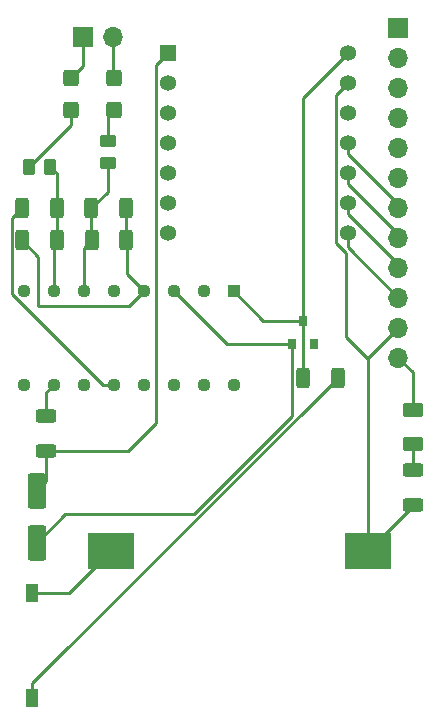
<source format=gtl>
G04 #@! TF.GenerationSoftware,KiCad,Pcbnew,6.0.2+dfsg-1*
G04 #@! TF.CreationDate,2023-08-17T23:32:23+01:00*
G04 #@! TF.ProjectId,TriboeletricSampler,54726962-6f65-46c6-9574-72696353616d,rev?*
G04 #@! TF.SameCoordinates,Original*
G04 #@! TF.FileFunction,Copper,L1,Top*
G04 #@! TF.FilePolarity,Positive*
%FSLAX46Y46*%
G04 Gerber Fmt 4.6, Leading zero omitted, Abs format (unit mm)*
G04 Created by KiCad (PCBNEW 6.0.2+dfsg-1) date 2023-08-17 23:32:23*
%MOMM*%
%LPD*%
G01*
G04 APERTURE LIST*
G04 Aperture macros list*
%AMRoundRect*
0 Rectangle with rounded corners*
0 $1 Rounding radius*
0 $2 $3 $4 $5 $6 $7 $8 $9 X,Y pos of 4 corners*
0 Add a 4 corners polygon primitive as box body*
4,1,4,$2,$3,$4,$5,$6,$7,$8,$9,$2,$3,0*
0 Add four circle primitives for the rounded corners*
1,1,$1+$1,$2,$3*
1,1,$1+$1,$4,$5*
1,1,$1+$1,$6,$7*
1,1,$1+$1,$8,$9*
0 Add four rect primitives between the rounded corners*
20,1,$1+$1,$2,$3,$4,$5,0*
20,1,$1+$1,$4,$5,$6,$7,0*
20,1,$1+$1,$6,$7,$8,$9,0*
20,1,$1+$1,$8,$9,$2,$3,0*%
G04 Aperture macros list end*
G04 #@! TA.AperFunction,SMDPad,CuDef*
%ADD10RoundRect,0.250000X-0.425000X0.450000X-0.425000X-0.450000X0.425000X-0.450000X0.425000X0.450000X0*%
G04 #@! TD*
G04 #@! TA.AperFunction,SMDPad,CuDef*
%ADD11RoundRect,0.250000X-0.550000X1.250000X-0.550000X-1.250000X0.550000X-1.250000X0.550000X1.250000X0*%
G04 #@! TD*
G04 #@! TA.AperFunction,SMDPad,CuDef*
%ADD12RoundRect,0.250000X0.625000X-0.312500X0.625000X0.312500X-0.625000X0.312500X-0.625000X-0.312500X0*%
G04 #@! TD*
G04 #@! TA.AperFunction,SMDPad,CuDef*
%ADD13RoundRect,0.250000X0.312500X0.625000X-0.312500X0.625000X-0.312500X-0.625000X0.312500X-0.625000X0*%
G04 #@! TD*
G04 #@! TA.AperFunction,SMDPad,CuDef*
%ADD14RoundRect,0.250000X-0.625000X0.312500X-0.625000X-0.312500X0.625000X-0.312500X0.625000X0.312500X0*%
G04 #@! TD*
G04 #@! TA.AperFunction,SMDPad,CuDef*
%ADD15RoundRect,0.250000X-0.312500X-0.625000X0.312500X-0.625000X0.312500X0.625000X-0.312500X0.625000X0*%
G04 #@! TD*
G04 #@! TA.AperFunction,SMDPad,CuDef*
%ADD16RoundRect,0.250000X-0.450000X0.262500X-0.450000X-0.262500X0.450000X-0.262500X0.450000X0.262500X0*%
G04 #@! TD*
G04 #@! TA.AperFunction,SMDPad,CuDef*
%ADD17RoundRect,0.250000X0.625000X-0.375000X0.625000X0.375000X-0.625000X0.375000X-0.625000X-0.375000X0*%
G04 #@! TD*
G04 #@! TA.AperFunction,ComponentPad*
%ADD18R,1.130000X1.130000*%
G04 #@! TD*
G04 #@! TA.AperFunction,ComponentPad*
%ADD19C,1.130000*%
G04 #@! TD*
G04 #@! TA.AperFunction,SMDPad,CuDef*
%ADD20R,0.800000X0.900000*%
G04 #@! TD*
G04 #@! TA.AperFunction,SMDPad,CuDef*
%ADD21RoundRect,0.250000X-0.262500X-0.450000X0.262500X-0.450000X0.262500X0.450000X-0.262500X0.450000X0*%
G04 #@! TD*
G04 #@! TA.AperFunction,ComponentPad*
%ADD22R,1.700000X1.700000*%
G04 #@! TD*
G04 #@! TA.AperFunction,ComponentPad*
%ADD23O,1.700000X1.700000*%
G04 #@! TD*
G04 #@! TA.AperFunction,ComponentPad*
%ADD24R,1.358000X1.358000*%
G04 #@! TD*
G04 #@! TA.AperFunction,ComponentPad*
%ADD25C,1.358000*%
G04 #@! TD*
G04 #@! TA.AperFunction,SMDPad,CuDef*
%ADD26R,1.100000X1.500000*%
G04 #@! TD*
G04 #@! TA.AperFunction,SMDPad,CuDef*
%ADD27R,3.960000X3.170000*%
G04 #@! TD*
G04 #@! TA.AperFunction,Conductor*
%ADD28C,0.250000*%
G04 #@! TD*
G04 APERTURE END LIST*
D10*
X174830825Y-67031045D03*
X174830825Y-69731045D03*
X178457974Y-67005836D03*
X178457974Y-69705836D03*
D11*
X171931105Y-101993430D03*
X171931105Y-106393430D03*
D12*
X203809778Y-103123195D03*
X203809778Y-100198195D03*
D13*
X173651336Y-80749561D03*
X170726336Y-80749561D03*
D14*
X172771695Y-95655624D03*
X172771695Y-98580624D03*
D15*
X176585485Y-78022019D03*
X179510485Y-78022019D03*
D16*
X177987233Y-72372611D03*
X177987233Y-74197611D03*
D17*
X203784586Y-97946580D03*
X203784586Y-95146580D03*
D13*
X197454336Y-92364583D03*
X194529336Y-92364583D03*
D18*
X188638522Y-85039609D03*
D19*
X186098522Y-85039609D03*
X183558522Y-85039609D03*
X181018522Y-85039609D03*
X178478522Y-85039609D03*
X175938522Y-85039609D03*
X173398522Y-85039609D03*
X170858522Y-85039609D03*
X170858522Y-92979609D03*
X173398522Y-92979609D03*
X175938522Y-92979609D03*
X178478522Y-92979609D03*
X181018522Y-92979609D03*
X183558522Y-92979609D03*
X186098522Y-92979609D03*
X188638522Y-92979609D03*
D20*
X195455718Y-89534959D03*
X194505718Y-87534959D03*
X193555718Y-89534959D03*
D21*
X171277401Y-74541554D03*
X173102401Y-74541554D03*
D22*
X202560755Y-62723445D03*
D23*
X202560755Y-65263445D03*
X202560755Y-67803445D03*
X202560755Y-70343445D03*
X202560755Y-72883445D03*
X202560755Y-75423445D03*
X202560755Y-77963445D03*
X202560755Y-80503445D03*
X202560755Y-83043445D03*
X202560755Y-85583445D03*
X202560755Y-88123445D03*
X202560755Y-90663445D03*
D13*
X173633237Y-78010188D03*
X170708237Y-78010188D03*
D15*
X176599292Y-80742060D03*
X179524292Y-80742060D03*
D22*
X175860755Y-63500000D03*
D23*
X178400755Y-63500000D03*
D24*
X183071062Y-64866330D03*
D25*
X183071062Y-67406330D03*
X183071062Y-69946330D03*
X183071062Y-72486330D03*
X183071062Y-75026330D03*
X183071062Y-77566330D03*
X183071062Y-80106330D03*
X198311062Y-80106330D03*
X198311062Y-77566330D03*
X198311062Y-75026330D03*
X198311062Y-72486330D03*
X198311062Y-69946330D03*
X198311062Y-67406330D03*
X198311062Y-64866330D03*
D26*
X171561331Y-110581511D03*
X171561331Y-119481511D03*
D27*
X178238420Y-107051931D03*
X199998420Y-107051931D03*
D28*
X174830825Y-69731045D02*
X174830825Y-70988130D01*
X174830825Y-70988130D02*
X171277401Y-74541554D01*
X178457974Y-69705836D02*
X177987233Y-70176577D01*
X177987233Y-70176577D02*
X177987233Y-72372611D01*
X174830825Y-67031045D02*
X175860755Y-66001115D01*
X175860755Y-66001115D02*
X175860755Y-63500000D01*
X178457974Y-67005836D02*
X178400755Y-66948617D01*
X178400755Y-66948617D02*
X178400755Y-63500000D01*
X182067551Y-65869841D02*
X183071062Y-64866330D01*
X172771695Y-98580624D02*
X179716950Y-98580624D01*
X171931105Y-101993430D02*
X172771695Y-101152840D01*
X179716950Y-98580624D02*
X182067551Y-96230023D01*
X182067551Y-96230023D02*
X182067551Y-65869841D01*
X172771695Y-101152840D02*
X172771695Y-98580624D01*
X193555718Y-89534959D02*
X188053872Y-89534959D01*
X188053872Y-89534959D02*
X183558522Y-85039609D01*
X203809778Y-103123195D02*
X203809778Y-103240573D01*
X197307551Y-80965959D02*
X198120000Y-81778408D01*
X199998420Y-107051931D02*
X199998420Y-90685780D01*
X193555718Y-95627483D02*
X185231601Y-103951600D01*
X170708237Y-78010188D02*
X169839316Y-78879109D01*
X198120000Y-81778408D02*
X198120000Y-88900000D01*
X198120000Y-88900000D02*
X199905780Y-90685780D01*
X174372935Y-103951600D02*
X171931105Y-106393430D01*
X185231601Y-103951600D02*
X174372935Y-103951600D01*
X199998420Y-90685780D02*
X202560755Y-88123445D01*
X199905780Y-90685780D02*
X199998420Y-90685780D01*
X203809778Y-103240573D02*
X199998420Y-107051931D01*
X198311062Y-67406330D02*
X197307551Y-68409841D01*
X169839316Y-85278363D02*
X177540562Y-92979609D01*
X177540562Y-92979609D02*
X178478522Y-92979609D01*
X169839316Y-78879109D02*
X169839316Y-85278363D01*
X197307551Y-68409841D02*
X197307551Y-80965959D01*
X193555718Y-89534959D02*
X193555718Y-95627483D01*
X198311062Y-81333752D02*
X202560755Y-85583445D01*
X198311062Y-80106330D02*
X198311062Y-81333752D01*
X198311062Y-78526581D02*
X202560755Y-82776274D01*
X198311062Y-77566330D02*
X198311062Y-78526581D01*
X198311062Y-75026330D02*
X198311062Y-75986581D01*
X198311062Y-75986581D02*
X202560755Y-80236274D01*
X198311062Y-72486330D02*
X198311062Y-73446581D01*
X198311062Y-73446581D02*
X202560755Y-77696274D01*
X176585485Y-80728253D02*
X176599292Y-80742060D01*
X176585485Y-78022019D02*
X176585485Y-80728253D01*
X177987233Y-74197611D02*
X177987233Y-76620271D01*
X175938522Y-81402830D02*
X175938522Y-85039609D01*
X176599292Y-80742060D02*
X175938522Y-81402830D01*
X177987233Y-76620271D02*
X176585485Y-78022019D01*
X173633237Y-78010188D02*
X173633237Y-80731462D01*
X173398522Y-81002375D02*
X173398522Y-85039609D01*
X173102401Y-74541554D02*
X173633237Y-75072390D01*
X173633237Y-75072390D02*
X173633237Y-78010188D01*
X172094057Y-86276496D02*
X179781635Y-86276496D01*
X179510485Y-78022019D02*
X179510485Y-80728253D01*
X179510485Y-80728253D02*
X179524292Y-80742060D01*
X170726336Y-80749561D02*
X172094057Y-82117282D01*
X179524292Y-80742060D02*
X179607880Y-80825648D01*
X181018522Y-85039609D02*
X179607880Y-83628967D01*
X179781635Y-86276496D02*
X181018522Y-85039609D01*
X179607880Y-80825648D02*
X179607880Y-83628967D01*
X172094057Y-82117282D02*
X172094057Y-86276496D01*
X194529336Y-88962319D02*
X194505718Y-88938701D01*
X194505718Y-88938701D02*
X194505718Y-87534959D01*
X203784586Y-91887276D02*
X202560755Y-90663445D01*
X194505718Y-87534959D02*
X191133872Y-87534959D01*
X203784586Y-95146580D02*
X203784586Y-91887276D01*
X194529336Y-92364583D02*
X194529336Y-88962319D01*
X194505718Y-68671674D02*
X198311062Y-64866330D01*
X191133872Y-87534959D02*
X188638522Y-85039609D01*
X194505718Y-87534959D02*
X194505718Y-68671674D01*
X172771695Y-93606436D02*
X173398522Y-92979609D01*
X172771695Y-95655624D02*
X172771695Y-93606436D01*
X171561331Y-110581511D02*
X174708840Y-110581511D01*
X174708840Y-110581511D02*
X178238420Y-107051931D01*
X171561331Y-119481511D02*
X171561331Y-118257588D01*
X171561331Y-118257588D02*
X197454336Y-92364583D01*
X203784586Y-100173003D02*
X203809778Y-100198195D01*
X203784586Y-97946580D02*
X203784586Y-100173003D01*
M02*

</source>
